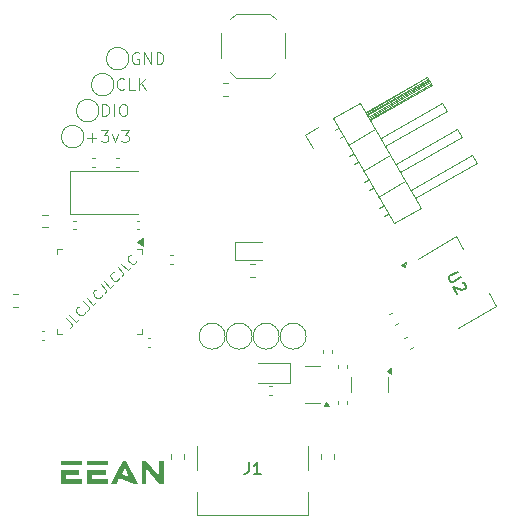
<source format=gbr>
%TF.GenerationSoftware,KiCad,Pcbnew,8.0.2*%
%TF.CreationDate,2024-05-19T19:48:28-04:00*%
%TF.ProjectId,BaseStation,42617365-5374-4617-9469-6f6e2e6b6963,rev?*%
%TF.SameCoordinates,Original*%
%TF.FileFunction,Legend,Top*%
%TF.FilePolarity,Positive*%
%FSLAX46Y46*%
G04 Gerber Fmt 4.6, Leading zero omitted, Abs format (unit mm)*
G04 Created by KiCad (PCBNEW 8.0.2) date 2024-05-19 19:48:28*
%MOMM*%
%LPD*%
G01*
G04 APERTURE LIST*
%ADD10C,0.100000*%
%ADD11C,0.150000*%
%ADD12C,0.120000*%
G04 APERTURE END LIST*
D10*
X60410239Y-85835777D02*
X60814300Y-86239838D01*
X60814300Y-86239838D02*
X60868175Y-86347587D01*
X60868175Y-86347587D02*
X60868175Y-86455337D01*
X60868175Y-86455337D02*
X60814300Y-86563087D01*
X60814300Y-86563087D02*
X60760425Y-86616961D01*
X61514673Y-85862714D02*
X61245299Y-86132088D01*
X61245299Y-86132088D02*
X60679613Y-85566403D01*
X61972609Y-85297029D02*
X61972609Y-85350903D01*
X61972609Y-85350903D02*
X61918734Y-85458653D01*
X61918734Y-85458653D02*
X61864859Y-85512528D01*
X61864859Y-85512528D02*
X61757109Y-85566403D01*
X61757109Y-85566403D02*
X61649360Y-85566403D01*
X61649360Y-85566403D02*
X61568548Y-85539465D01*
X61568548Y-85539465D02*
X61433861Y-85458653D01*
X61433861Y-85458653D02*
X61353048Y-85377841D01*
X61353048Y-85377841D02*
X61272236Y-85243154D01*
X61272236Y-85243154D02*
X61245299Y-85162342D01*
X61245299Y-85162342D02*
X61245299Y-85054592D01*
X61245299Y-85054592D02*
X61299174Y-84946842D01*
X61299174Y-84946842D02*
X61353048Y-84892968D01*
X61353048Y-84892968D02*
X61460798Y-84839093D01*
X61460798Y-84839093D02*
X61514673Y-84839093D01*
X61864859Y-84381157D02*
X62268920Y-84785218D01*
X62268920Y-84785218D02*
X62322795Y-84892968D01*
X62322795Y-84892968D02*
X62322795Y-85000717D01*
X62322795Y-85000717D02*
X62268920Y-85108467D01*
X62268920Y-85108467D02*
X62215045Y-85162342D01*
X62969293Y-84408094D02*
X62699919Y-84677468D01*
X62699919Y-84677468D02*
X62134233Y-84111783D01*
X63427228Y-83842409D02*
X63427228Y-83896284D01*
X63427228Y-83896284D02*
X63373354Y-84004033D01*
X63373354Y-84004033D02*
X63319479Y-84057908D01*
X63319479Y-84057908D02*
X63211729Y-84111783D01*
X63211729Y-84111783D02*
X63103980Y-84111783D01*
X63103980Y-84111783D02*
X63023167Y-84084845D01*
X63023167Y-84084845D02*
X62888480Y-84004033D01*
X62888480Y-84004033D02*
X62807668Y-83923221D01*
X62807668Y-83923221D02*
X62726856Y-83788534D01*
X62726856Y-83788534D02*
X62699919Y-83707722D01*
X62699919Y-83707722D02*
X62699919Y-83599972D01*
X62699919Y-83599972D02*
X62753793Y-83492223D01*
X62753793Y-83492223D02*
X62807668Y-83438348D01*
X62807668Y-83438348D02*
X62915418Y-83384473D01*
X62915418Y-83384473D02*
X62969293Y-83384473D01*
X63319479Y-82926537D02*
X63723540Y-83330598D01*
X63723540Y-83330598D02*
X63777415Y-83438348D01*
X63777415Y-83438348D02*
X63777415Y-83546097D01*
X63777415Y-83546097D02*
X63723540Y-83653847D01*
X63723540Y-83653847D02*
X63669665Y-83707722D01*
X64423912Y-82953474D02*
X64154538Y-83222848D01*
X64154538Y-83222848D02*
X63588853Y-82657163D01*
X64881848Y-82387789D02*
X64881848Y-82441664D01*
X64881848Y-82441664D02*
X64827973Y-82549413D01*
X64827973Y-82549413D02*
X64774099Y-82603288D01*
X64774099Y-82603288D02*
X64666349Y-82657163D01*
X64666349Y-82657163D02*
X64558599Y-82657163D01*
X64558599Y-82657163D02*
X64477787Y-82630226D01*
X64477787Y-82630226D02*
X64343100Y-82549413D01*
X64343100Y-82549413D02*
X64262288Y-82468601D01*
X64262288Y-82468601D02*
X64181476Y-82333914D01*
X64181476Y-82333914D02*
X64154538Y-82253102D01*
X64154538Y-82253102D02*
X64154538Y-82145352D01*
X64154538Y-82145352D02*
X64208413Y-82037603D01*
X64208413Y-82037603D02*
X64262288Y-81983728D01*
X64262288Y-81983728D02*
X64370038Y-81929853D01*
X64370038Y-81929853D02*
X64423912Y-81929853D01*
X64774099Y-81471917D02*
X65178160Y-81875978D01*
X65178160Y-81875978D02*
X65232034Y-81983728D01*
X65232034Y-81983728D02*
X65232034Y-82091478D01*
X65232034Y-82091478D02*
X65178160Y-82199227D01*
X65178160Y-82199227D02*
X65124285Y-82253102D01*
X65878532Y-81498855D02*
X65609158Y-81768229D01*
X65609158Y-81768229D02*
X65043473Y-81202543D01*
X66336468Y-80933169D02*
X66336468Y-80987044D01*
X66336468Y-80987044D02*
X66282593Y-81094794D01*
X66282593Y-81094794D02*
X66228718Y-81148669D01*
X66228718Y-81148669D02*
X66120969Y-81202543D01*
X66120969Y-81202543D02*
X66013219Y-81202543D01*
X66013219Y-81202543D02*
X65932407Y-81175606D01*
X65932407Y-81175606D02*
X65797720Y-81094794D01*
X65797720Y-81094794D02*
X65716908Y-81013982D01*
X65716908Y-81013982D02*
X65636095Y-80879295D01*
X65636095Y-80879295D02*
X65609158Y-80798482D01*
X65609158Y-80798482D02*
X65609158Y-80690733D01*
X65609158Y-80690733D02*
X65663033Y-80582983D01*
X65663033Y-80582983D02*
X65716908Y-80529108D01*
X65716908Y-80529108D02*
X65824657Y-80475233D01*
X65824657Y-80475233D02*
X65878532Y-80475233D01*
X66547692Y-63345333D02*
X66452454Y-63297714D01*
X66452454Y-63297714D02*
X66309597Y-63297714D01*
X66309597Y-63297714D02*
X66166740Y-63345333D01*
X66166740Y-63345333D02*
X66071502Y-63440571D01*
X66071502Y-63440571D02*
X66023883Y-63535809D01*
X66023883Y-63535809D02*
X65976264Y-63726285D01*
X65976264Y-63726285D02*
X65976264Y-63869142D01*
X65976264Y-63869142D02*
X66023883Y-64059618D01*
X66023883Y-64059618D02*
X66071502Y-64154856D01*
X66071502Y-64154856D02*
X66166740Y-64250095D01*
X66166740Y-64250095D02*
X66309597Y-64297714D01*
X66309597Y-64297714D02*
X66404835Y-64297714D01*
X66404835Y-64297714D02*
X66547692Y-64250095D01*
X66547692Y-64250095D02*
X66595311Y-64202475D01*
X66595311Y-64202475D02*
X66595311Y-63869142D01*
X66595311Y-63869142D02*
X66404835Y-63869142D01*
X67023883Y-64297714D02*
X67023883Y-63297714D01*
X67023883Y-63297714D02*
X67595311Y-64297714D01*
X67595311Y-64297714D02*
X67595311Y-63297714D01*
X68071502Y-64297714D02*
X68071502Y-63297714D01*
X68071502Y-63297714D02*
X68309597Y-63297714D01*
X68309597Y-63297714D02*
X68452454Y-63345333D01*
X68452454Y-63345333D02*
X68547692Y-63440571D01*
X68547692Y-63440571D02*
X68595311Y-63535809D01*
X68595311Y-63535809D02*
X68642930Y-63726285D01*
X68642930Y-63726285D02*
X68642930Y-63869142D01*
X68642930Y-63869142D02*
X68595311Y-64059618D01*
X68595311Y-64059618D02*
X68547692Y-64154856D01*
X68547692Y-64154856D02*
X68452454Y-64250095D01*
X68452454Y-64250095D02*
X68309597Y-64297714D01*
X68309597Y-64297714D02*
X68071502Y-64297714D01*
X62213883Y-70515875D02*
X62975788Y-70515875D01*
X62594835Y-70896828D02*
X62594835Y-70134923D01*
X63356740Y-69896828D02*
X63975787Y-69896828D01*
X63975787Y-69896828D02*
X63642454Y-70277780D01*
X63642454Y-70277780D02*
X63785311Y-70277780D01*
X63785311Y-70277780D02*
X63880549Y-70325399D01*
X63880549Y-70325399D02*
X63928168Y-70373018D01*
X63928168Y-70373018D02*
X63975787Y-70468256D01*
X63975787Y-70468256D02*
X63975787Y-70706351D01*
X63975787Y-70706351D02*
X63928168Y-70801589D01*
X63928168Y-70801589D02*
X63880549Y-70849209D01*
X63880549Y-70849209D02*
X63785311Y-70896828D01*
X63785311Y-70896828D02*
X63499597Y-70896828D01*
X63499597Y-70896828D02*
X63404359Y-70849209D01*
X63404359Y-70849209D02*
X63356740Y-70801589D01*
X64309121Y-70230161D02*
X64547216Y-70896828D01*
X64547216Y-70896828D02*
X64785311Y-70230161D01*
X65071026Y-69896828D02*
X65690073Y-69896828D01*
X65690073Y-69896828D02*
X65356740Y-70277780D01*
X65356740Y-70277780D02*
X65499597Y-70277780D01*
X65499597Y-70277780D02*
X65594835Y-70325399D01*
X65594835Y-70325399D02*
X65642454Y-70373018D01*
X65642454Y-70373018D02*
X65690073Y-70468256D01*
X65690073Y-70468256D02*
X65690073Y-70706351D01*
X65690073Y-70706351D02*
X65642454Y-70801589D01*
X65642454Y-70801589D02*
X65594835Y-70849209D01*
X65594835Y-70849209D02*
X65499597Y-70896828D01*
X65499597Y-70896828D02*
X65213883Y-70896828D01*
X65213883Y-70896828D02*
X65118645Y-70849209D01*
X65118645Y-70849209D02*
X65071026Y-70801589D01*
X63483883Y-68697124D02*
X63483883Y-67697124D01*
X63483883Y-67697124D02*
X63721978Y-67697124D01*
X63721978Y-67697124D02*
X63864835Y-67744743D01*
X63864835Y-67744743D02*
X63960073Y-67839981D01*
X63960073Y-67839981D02*
X64007692Y-67935219D01*
X64007692Y-67935219D02*
X64055311Y-68125695D01*
X64055311Y-68125695D02*
X64055311Y-68268552D01*
X64055311Y-68268552D02*
X64007692Y-68459028D01*
X64007692Y-68459028D02*
X63960073Y-68554266D01*
X63960073Y-68554266D02*
X63864835Y-68649505D01*
X63864835Y-68649505D02*
X63721978Y-68697124D01*
X63721978Y-68697124D02*
X63483883Y-68697124D01*
X64483883Y-68697124D02*
X64483883Y-67697124D01*
X65150549Y-67697124D02*
X65341025Y-67697124D01*
X65341025Y-67697124D02*
X65436263Y-67744743D01*
X65436263Y-67744743D02*
X65531501Y-67839981D01*
X65531501Y-67839981D02*
X65579120Y-68030457D01*
X65579120Y-68030457D02*
X65579120Y-68363790D01*
X65579120Y-68363790D02*
X65531501Y-68554266D01*
X65531501Y-68554266D02*
X65436263Y-68649505D01*
X65436263Y-68649505D02*
X65341025Y-68697124D01*
X65341025Y-68697124D02*
X65150549Y-68697124D01*
X65150549Y-68697124D02*
X65055311Y-68649505D01*
X65055311Y-68649505D02*
X64960073Y-68554266D01*
X64960073Y-68554266D02*
X64912454Y-68363790D01*
X64912454Y-68363790D02*
X64912454Y-68030457D01*
X64912454Y-68030457D02*
X64960073Y-67839981D01*
X64960073Y-67839981D02*
X65055311Y-67744743D01*
X65055311Y-67744743D02*
X65150549Y-67697124D01*
X65325311Y-66402180D02*
X65277692Y-66449800D01*
X65277692Y-66449800D02*
X65134835Y-66497419D01*
X65134835Y-66497419D02*
X65039597Y-66497419D01*
X65039597Y-66497419D02*
X64896740Y-66449800D01*
X64896740Y-66449800D02*
X64801502Y-66354561D01*
X64801502Y-66354561D02*
X64753883Y-66259323D01*
X64753883Y-66259323D02*
X64706264Y-66068847D01*
X64706264Y-66068847D02*
X64706264Y-65925990D01*
X64706264Y-65925990D02*
X64753883Y-65735514D01*
X64753883Y-65735514D02*
X64801502Y-65640276D01*
X64801502Y-65640276D02*
X64896740Y-65545038D01*
X64896740Y-65545038D02*
X65039597Y-65497419D01*
X65039597Y-65497419D02*
X65134835Y-65497419D01*
X65134835Y-65497419D02*
X65277692Y-65545038D01*
X65277692Y-65545038D02*
X65325311Y-65592657D01*
X66230073Y-66497419D02*
X65753883Y-66497419D01*
X65753883Y-66497419D02*
X65753883Y-65497419D01*
X66563407Y-66497419D02*
X66563407Y-65497419D01*
X67134835Y-66497419D02*
X66706264Y-65925990D01*
X67134835Y-65497419D02*
X66563407Y-66068847D01*
G36*
X59965017Y-97867537D02*
G01*
X61737243Y-97867537D01*
X61737243Y-98261745D01*
X59965017Y-98261745D01*
X59965017Y-97867537D01*
G37*
G36*
X60359225Y-99049184D02*
G01*
X60359225Y-99443392D01*
X61737243Y-99443392D01*
X61737243Y-99837600D01*
X59965017Y-99837600D01*
X59965017Y-98655953D01*
X61540383Y-98655953D01*
X61540383Y-99049184D01*
X60359225Y-99049184D01*
G37*
G36*
X62206189Y-97867537D02*
G01*
X63978415Y-97867537D01*
X63978415Y-98261745D01*
X62206189Y-98261745D01*
X62206189Y-97867537D01*
G37*
G36*
X62600397Y-99049184D02*
G01*
X62600397Y-99443392D01*
X63978415Y-99443392D01*
X63978415Y-99837600D01*
X62206189Y-99837600D01*
X62206189Y-98655953D01*
X63781556Y-98655953D01*
X63781556Y-99049184D01*
X62600397Y-99049184D01*
G37*
G36*
X66476531Y-99837600D02*
G01*
X66121891Y-99837600D01*
X64919727Y-99383308D01*
X64683300Y-99837600D01*
X64241221Y-99837600D01*
X64651816Y-99035506D01*
X65100956Y-99035506D01*
X65755038Y-99283168D01*
X65367669Y-98513315D01*
X65100956Y-99035506D01*
X64651816Y-99035506D01*
X65249455Y-97868025D01*
X65491256Y-97868025D01*
X66476531Y-99837600D01*
G37*
G36*
X67201933Y-98491333D02*
G01*
X67201933Y-99837600D01*
X66807725Y-99837600D01*
X66807725Y-97867537D01*
X67201933Y-97867537D01*
X68285882Y-99212338D01*
X68285882Y-97867537D01*
X68680090Y-97867537D01*
X68680090Y-99837600D01*
X68285882Y-99837600D01*
X67201933Y-98491333D01*
G37*
D11*
X75866666Y-98006819D02*
X75866666Y-98721104D01*
X75866666Y-98721104D02*
X75819047Y-98863961D01*
X75819047Y-98863961D02*
X75723809Y-98959200D01*
X75723809Y-98959200D02*
X75580952Y-99006819D01*
X75580952Y-99006819D02*
X75485714Y-99006819D01*
X76866666Y-99006819D02*
X76295238Y-99006819D01*
X76580952Y-99006819D02*
X76580952Y-98006819D01*
X76580952Y-98006819D02*
X76485714Y-98149676D01*
X76485714Y-98149676D02*
X76390476Y-98244914D01*
X76390476Y-98244914D02*
X76295238Y-98292533D01*
X93563188Y-81871580D02*
X92862119Y-82276342D01*
X92862119Y-82276342D02*
X92803450Y-82365200D01*
X92803450Y-82365200D02*
X92786021Y-82430249D01*
X92786021Y-82430249D02*
X92792400Y-82536537D01*
X92792400Y-82536537D02*
X92887638Y-82701495D01*
X92887638Y-82701495D02*
X92976497Y-82760164D01*
X92976497Y-82760164D02*
X93041546Y-82777593D01*
X93041546Y-82777593D02*
X93147834Y-82771214D01*
X93147834Y-82771214D02*
X93848902Y-82366452D01*
X93980709Y-82785225D02*
X94045758Y-82802654D01*
X94045758Y-82802654D02*
X94134616Y-82861323D01*
X94134616Y-82861323D02*
X94253664Y-83067520D01*
X94253664Y-83067520D02*
X94260044Y-83173808D01*
X94260044Y-83173808D02*
X94242614Y-83238857D01*
X94242614Y-83238857D02*
X94183945Y-83327715D01*
X94183945Y-83327715D02*
X94101466Y-83375334D01*
X94101466Y-83375334D02*
X93953939Y-83405524D01*
X93953939Y-83405524D02*
X93173353Y-83196366D01*
X93173353Y-83196366D02*
X93482877Y-83732477D01*
D12*
%TO.C,J8*%
X64450000Y-66040000D02*
G75*
G02*
X62550000Y-66040000I-950000J0D01*
G01*
X62550000Y-66040000D02*
G75*
G02*
X64450000Y-66040000I950000J0D01*
G01*
%TO.C,J2*%
X80729000Y-87337219D02*
G75*
G02*
X78529000Y-87337219I-1100000J0D01*
G01*
X78529000Y-87337219D02*
G75*
G02*
X80729000Y-87337219I1100000J0D01*
G01*
%TO.C,Y2*%
X60704000Y-73384000D02*
X60704000Y-76984000D01*
X60704000Y-76984000D02*
X66454000Y-76984000D01*
X66454000Y-73384000D02*
X60704000Y-73384000D01*
%TO.C,R7*%
X83440000Y-92810359D02*
X83440000Y-93117641D01*
X84200000Y-92810359D02*
X84200000Y-93117641D01*
%TO.C,R9*%
X82170000Y-88799641D02*
X82170000Y-88492359D01*
X82930000Y-88799641D02*
X82930000Y-88492359D01*
%TO.C,C7*%
X69234164Y-80462800D02*
X69449836Y-80462800D01*
X69234164Y-81182800D02*
X69449836Y-81182800D01*
%TO.C,R3*%
X58360542Y-77049100D02*
X58835058Y-77049100D01*
X58360542Y-78094100D02*
X58835058Y-78094100D01*
%TO.C,R5*%
X74151257Y-65923900D02*
X73676743Y-65923900D01*
X74151257Y-66968900D02*
X73676743Y-66968900D01*
%TO.C,C8*%
X61220236Y-77567200D02*
X61004564Y-77567200D01*
X61220236Y-78287200D02*
X61004564Y-78287200D01*
%TO.C,J5*%
X73871000Y-87337219D02*
G75*
G02*
X71671000Y-87337219I-1100000J0D01*
G01*
X71671000Y-87337219D02*
G75*
G02*
X73871000Y-87337219I1100000J0D01*
G01*
%TO.C,J4*%
X76157000Y-87337219D02*
G75*
G02*
X73957000Y-87337219I-1100000J0D01*
G01*
X73957000Y-87337219D02*
G75*
G02*
X76157000Y-87337219I1100000J0D01*
G01*
%TO.C,J6*%
X61910000Y-70439409D02*
G75*
G02*
X60010000Y-70439409I-950000J0D01*
G01*
X60010000Y-70439409D02*
G75*
G02*
X61910000Y-70439409I950000J0D01*
G01*
%TO.C,C1*%
X89274746Y-87372037D02*
X89031254Y-87512617D01*
X89784746Y-88255383D02*
X89541254Y-88395963D01*
%TO.C,C5*%
X67303764Y-87524000D02*
X67519436Y-87524000D01*
X67303764Y-88244000D02*
X67519436Y-88244000D01*
%TO.C,J1*%
X71500000Y-96652000D02*
X71500000Y-98652000D01*
X71500000Y-100552000D02*
X71500000Y-102452000D01*
X71500000Y-102452000D02*
X80900000Y-102452000D01*
X80900000Y-96652000D02*
X80900000Y-98652000D01*
X80900000Y-100552000D02*
X80900000Y-102452000D01*
%TO.C,R8*%
X83440000Y-89762359D02*
X83440000Y-90069641D01*
X84200000Y-89762359D02*
X84200000Y-90069641D01*
%TO.C,J9*%
X65720000Y-63840295D02*
G75*
G02*
X63820000Y-63840295I-950000J0D01*
G01*
X63820000Y-63840295D02*
G75*
G02*
X65720000Y-63840295I950000J0D01*
G01*
%TO.C,D1*%
X74715000Y-79402000D02*
X74715000Y-80872000D01*
X74715000Y-80872000D02*
X77000000Y-80872000D01*
X77000000Y-79402000D02*
X74715000Y-79402000D01*
%TO.C,U2*%
X90164853Y-80775853D02*
X93421109Y-78895853D01*
X93421109Y-78895853D02*
X94051109Y-79987045D01*
X93574853Y-86682147D02*
X96831109Y-84802147D01*
X96831109Y-84802147D02*
X96201109Y-83710955D01*
X89106340Y-81502456D02*
X88733494Y-81336668D01*
X89149187Y-81096668D01*
X89106340Y-81502456D01*
G36*
X89106340Y-81502456D02*
G01*
X88733494Y-81336668D01*
X89149187Y-81096668D01*
X89106340Y-81502456D01*
G37*
%TO.C,C3*%
X64662164Y-72284000D02*
X64877836Y-72284000D01*
X64662164Y-73004000D02*
X64877836Y-73004000D01*
%TO.C,R6*%
X76437258Y-81265500D02*
X75962742Y-81265500D01*
X76437258Y-82310500D02*
X75962742Y-82310500D01*
%TO.C,Q1*%
X81280000Y-89880000D02*
X80630000Y-89880000D01*
X81280000Y-89880000D02*
X81930000Y-89880000D01*
X81280000Y-93000000D02*
X80630000Y-93000000D01*
X81280000Y-93000000D02*
X81930000Y-93000000D01*
X82682500Y-93280000D02*
X82202500Y-93280000D01*
X82442500Y-92950000D01*
X82682500Y-93280000D01*
G36*
X82682500Y-93280000D02*
G01*
X82202500Y-93280000D01*
X82442500Y-92950000D01*
X82682500Y-93280000D01*
G37*
%TO.C,C9*%
X66389364Y-77567200D02*
X66605036Y-77567200D01*
X66389364Y-78287200D02*
X66605036Y-78287200D01*
%TO.C,U1*%
X59636000Y-79956000D02*
X60086000Y-79956000D01*
X59636000Y-80406000D02*
X59636000Y-79956000D01*
X59636000Y-86726000D02*
X59636000Y-87176000D01*
X59636000Y-87176000D02*
X60086000Y-87176000D01*
X66856000Y-79956000D02*
X66406000Y-79956000D01*
X66856000Y-80406000D02*
X66856000Y-79956000D01*
X66856000Y-86726000D02*
X66856000Y-87176000D01*
X66856000Y-87176000D02*
X66406000Y-87176000D01*
X66876000Y-79706000D02*
X66406000Y-79366000D01*
X66876000Y-79026000D01*
X66876000Y-79706000D01*
G36*
X66876000Y-79706000D02*
G01*
X66406000Y-79366000D01*
X66876000Y-79026000D01*
X66876000Y-79706000D01*
G37*
%TO.C,C2*%
X88004746Y-85340037D02*
X87761254Y-85480617D01*
X88514746Y-86223383D02*
X88271254Y-86363963D01*
%TO.C,R1*%
X69327500Y-97298742D02*
X69327500Y-97773258D01*
X70372500Y-97298742D02*
X70372500Y-97773258D01*
%TO.C,R10*%
X77877641Y-91568000D02*
X77570359Y-91568000D01*
X77877641Y-92328000D02*
X77570359Y-92328000D01*
%TO.C,J3*%
X78443000Y-87337219D02*
G75*
G02*
X76243000Y-87337219I-1100000J0D01*
G01*
X76243000Y-87337219D02*
G75*
G02*
X78443000Y-87337219I1100000J0D01*
G01*
%TO.C,R2*%
X82027500Y-97298742D02*
X82027500Y-97773258D01*
X83072500Y-97298742D02*
X83072500Y-97773258D01*
%TO.C,C4*%
X62845836Y-72284000D02*
X62630164Y-72284000D01*
X62845836Y-73004000D02*
X62630164Y-73004000D01*
%TO.C,SW1*%
X73480000Y-63778000D02*
X73480000Y-61698000D01*
X74750000Y-60018000D02*
X74260000Y-60508000D01*
X74750000Y-60018000D02*
X77650000Y-60018000D01*
X74750000Y-65458000D02*
X74260000Y-64968000D01*
X74750000Y-65458000D02*
X77650000Y-65458000D01*
X77650000Y-60018000D02*
X78140000Y-60508000D01*
X77650000Y-65458000D02*
X78140000Y-64968000D01*
X78920000Y-63778000D02*
X78920000Y-61698000D01*
%TO.C,R4*%
X55896742Y-83805500D02*
X56371258Y-83805500D01*
X55896742Y-84850500D02*
X56371258Y-84850500D01*
%TO.C,D2*%
X79334000Y-89574000D02*
X76674000Y-89574000D01*
X79334000Y-91274000D02*
X76674000Y-91274000D01*
X79334000Y-91274000D02*
X79334000Y-89574000D01*
%TO.C,C6*%
X58555836Y-86914400D02*
X58340164Y-86914400D01*
X58555836Y-87634400D02*
X58340164Y-87634400D01*
%TO.C,Q3*%
X84546000Y-91440000D02*
X84546000Y-90790000D01*
X84546000Y-91440000D02*
X84546000Y-92090000D01*
X87666000Y-91440000D02*
X87666000Y-90790000D01*
X87666000Y-91440000D02*
X87666000Y-92090000D01*
X87946000Y-90517500D02*
X87616000Y-90277500D01*
X87946000Y-90037500D01*
X87946000Y-90517500D01*
G36*
X87946000Y-90517500D02*
G01*
X87616000Y-90277500D01*
X87946000Y-90037500D01*
X87946000Y-90517500D01*
G37*
%TO.C,J7*%
X63180000Y-68239705D02*
G75*
G02*
X61280000Y-68239705I-950000J0D01*
G01*
X61280000Y-68239705D02*
G75*
G02*
X63180000Y-68239705I950000J0D01*
G01*
%TO.C,J10*%
X80672009Y-70291545D02*
X81771861Y-69656545D01*
X81307009Y-71391397D02*
X80672009Y-70291545D01*
X82988938Y-68884583D02*
X88128938Y-77787324D01*
X83178149Y-69872307D02*
X83463938Y-69707307D01*
X83558149Y-70530487D02*
X83843938Y-70365488D01*
X84288938Y-71136249D02*
X86592565Y-69806249D01*
X84390064Y-72105547D02*
X84733938Y-71907012D01*
X84770064Y-72763727D02*
X85113938Y-72565191D01*
X85292565Y-67554583D02*
X82988938Y-68884583D01*
X85558938Y-73335954D02*
X87862565Y-72005954D01*
X85660064Y-74305252D02*
X86003938Y-74106716D01*
X85767565Y-68377307D02*
X90963718Y-65377307D01*
X85797565Y-68429269D02*
X90993718Y-65429269D01*
X85857565Y-68533192D02*
X91053718Y-65533192D01*
X85917565Y-68637115D02*
X91113718Y-65637115D01*
X85977565Y-68741038D02*
X91173718Y-65741038D01*
X86037565Y-68844961D02*
X91233718Y-65844961D01*
X86040064Y-74963431D02*
X86383938Y-74764895D01*
X86097565Y-68948884D02*
X91293718Y-65948884D01*
X86828938Y-75535658D02*
X89132565Y-74205658D01*
X86930064Y-76504956D02*
X87273938Y-76306421D01*
X87037565Y-70577012D02*
X92233718Y-67577012D01*
X87310064Y-77163136D02*
X87653938Y-76964600D01*
X88128938Y-77787324D02*
X90432565Y-76457324D01*
X88307565Y-72776716D02*
X93503718Y-69776716D01*
X89577565Y-74976421D02*
X94773718Y-71976421D01*
X90432565Y-76457324D02*
X85292565Y-67554583D01*
X90963718Y-65377307D02*
X91343718Y-66035488D01*
X91343718Y-66035488D02*
X86147565Y-69035487D01*
X92233718Y-67577012D02*
X92613718Y-68235191D01*
X92613718Y-68235191D02*
X87417565Y-71235191D01*
X93503718Y-69776716D02*
X93883718Y-70434895D01*
X93883718Y-70434895D02*
X88687565Y-73434896D01*
X94773718Y-71976421D02*
X95153718Y-72634600D01*
X95153718Y-72634600D02*
X89957565Y-75634600D01*
%TD*%
M02*

</source>
